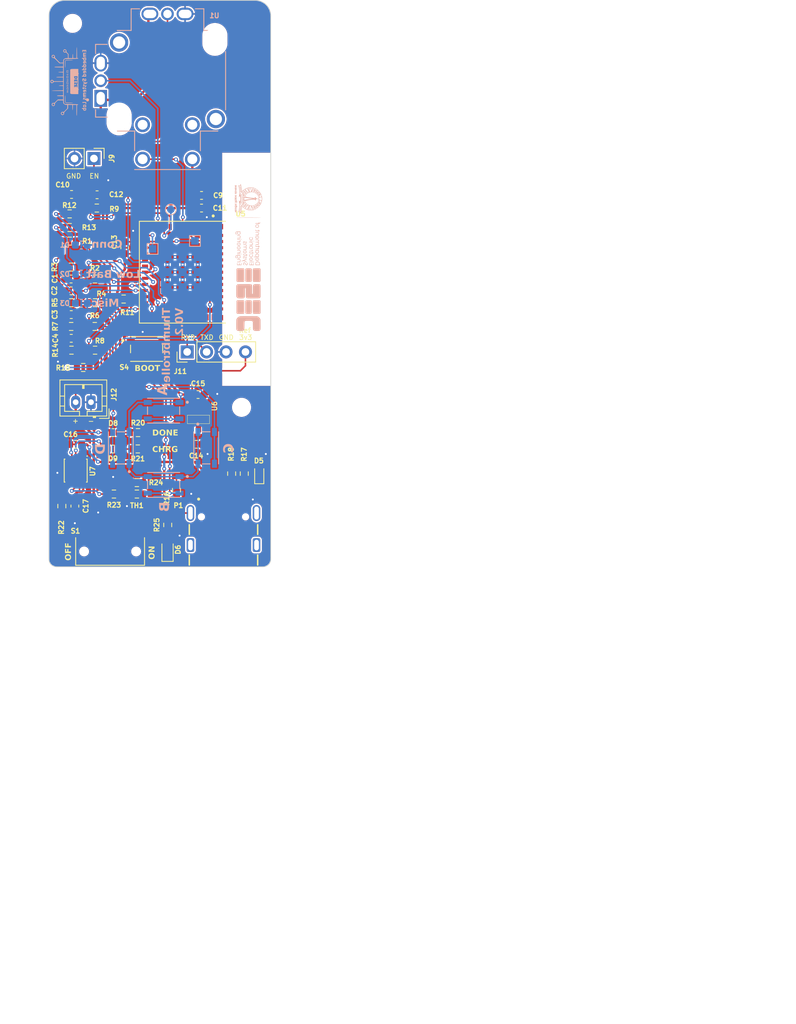
<source format=kicad_pcb>
(kicad_pcb (version 20240108) (generator "pcbnew") (generator_version "8.0")
  (layers (0 "F.Cu" signal) (1 "In1.Cu" signal) (2 "In2.Cu" signal) (31 "B.Cu" signal) (34 "B.Paste" user) (35 "F.Paste" user) (36 "B.SilkS" user "B.Silkscreen") (37 "F.SilkS" user "F.Silkscreen") (38 "B.Mask" user) (39 "F.Mask" user) (44 "Edge.Cuts" user))
  (net 0 "")
  (net 1 "LIPO+")
  (net 2 "GND")
  (net 3 "+3V3")
  (net 4 "/CP_EN")
  (net 5 "/raw_voltage")
  (net 6 "+5V")
  (net 7 "Net-(D1-A)")
  (net 8 "Net-(D2-A)")
  (net 9 "Net-(D3-A)")
  (net 10 "/SW_A")
  (net 11 "/U0RXD")
  (net 12 "/U0TXD")
  (net 13 "/SW_B")
  (net 14 "Net-(R2-Pad2)")
  (net 15 "Net-(R4-Pad2)")
  (net 16 "Net-(U5-IO13)")
  (net 17 "Net-(U5-IO14)")
  (net 18 "/VR_BTN")
  (net 19 "/VR2")
  (net 20 "/VR1")
  (net 21 "/ADC_BATT")
  (net 22 "Net-(U5-IO08)")
  (net 23 "Net-(U5-IO27)")
  (net 24 "Net-(U5-IO26)")
  (net 25 "Net-(U5-IO25)")
  (net 26 "Net-(P1-SHIELD)")
  (net 27 "Net-(P1-VCONN)")
  (net 28 "Net-(P1-CC)")
  (net 29 "/STAT1")
  (net 30 "/STAT2")
  (net 31 "/PG")
  (net 32 "Net-(U7-PROG)")
  (net 33 "Net-(R23-Pad1)")
  (net 34 "Net-(U7-THERM)")
  (net 37 "Net-(U5-IO0)")
  (net 49 "Net-(D8-A)")
  (net 50 "Net-(D9-A)")
  (net 51 "Net-(D6-A)")
  (net 52 "/CHRGR+")
  (net 53 "Net-(U5-IO9)")
  (net 54 "/SW_C")
  (net 55 "/SW_D")
  (net 56 "Net-(R6-Pad2)")
  (net 57 "Net-(R8-Pad2)")
  (footprint "kicad_reformed_custom_IC:AP2204" (layer "F.Cu") (at 77.5 83.7)
    (property "Reference" "U6")
    (property "Value" "AP2204")
  )
  (footprint "MountingHole:MountingHole_2.2mm_M2" (layer "F.Cu") (at 61.087 32.004)
    (property "Reference" "REF**" (hide yes))
    (property "Value" "MountingHole_2.2mm_M2")
  )
  (footprint "kicad_reformed_custom_IC:SW_PTS810_SJM_250_SMTR_LFS" (layer "F.Cu") (at 70.7722 74.5408)
    (property "Reference" "S4")
    (property "Value" "TL4100AF240QG_")
  )
  (footprint "Resistor_SMD:R_0603_1608Metric" (layer "F.Cu") (at 81.8896 90.8304 90)
    (property "Reference" "R18")
    (property "Value" "5k1")
  )
  (footprint "Capacitor_SMD:C_0603_1608Metric" (layer "F.Cu") (at 60.8962 65.405 180)
    (property "Reference" "C1")
    (property "Value" "1uF 25V")
  )
  (footprint "Resistor_SMD:R_0603_1608Metric" (layer "F.Cu") (at 60.947 74.7014 180)
    (property "Reference" "R14")
    (property "Value" "100k")
  )
  (footprint "kicad_reformed_custom_IC:SW_JS102011SAQN" (layer "F.Cu") (at 66 101)
    (property "Reference" "S1")
    (property "Value" "JS102011SAQN")
  )
  (footprint "Resistor_SMD:R_0603_1608Metric" (layer "F.Cu") (at 60.8924 63.8444 180)
    (property "Reference" "R3")
    (property "Value" "100k")
  )
  (footprint "Resistor_SMD:R_0603_1608Metric" (layer "F.Cu") (at 66.5 93.5 180)
    (property "Reference" "R23")
    (property "Value" "1.43K")
  )
  (footprint "Capacitor_SMD:C_0603_1608Metric" (layer "F.Cu") (at 77.9526 56.134)
    (property "Reference" "C11")
    (property "Value" "0.1uF")
  )
  (footprint "Capacitor_SMD:C_0603_1608Metric" (layer "F.Cu") (at 77.9526 54.483)
    (property "Reference" "C9")
    (property "Value" "47uF")
  )
  (footprint "Connector_PinHeader_2.54mm:PinHeader_1x02_P2.54mm_Vertical" (layer "F.Cu") (at 63.886 49.657 -90)
    (property "Reference" "J9")
    (property "Value" "Chip Enable")
  )
  (footprint "Resistor_SMD:R_0603_1608Metric" (layer "F.Cu") (at 64.0204 65.405)
    (property "Reference" "R2")
    (property "Value" "10k")
  )
  (footprint "Diode_SMD:D_0603_1608Metric" (layer "F.Cu") (at 73.5076 100.8126 90)
    (property "Reference" "D6")
    (property "Value" "PWLED")
  )
  (footprint "Capacitor_SMD:C_0603_1608Metric" (layer "F.Cu") (at 67.9196 61.3156 90)
    (property "Reference" "C13")
    (property "Value" "0.1uF")
  )
  (footprint "Resistor_SMD:R_0603_1608Metric" (layer "F.Cu") (at 69.5 93.5)
    (property "Reference" "TH1")
    (property "Value" "TH 10k")
  )
  (footprint "Resistor_SMD:R_0603_1608Metric" (layer "F.Cu") (at 64.0334 68.5038)
    (property "Reference" "R4")
    (property "Value" "10k")
  )
  (footprint "Capacitor_SMD:C_0603_1608Metric" (layer "F.Cu") (at 66.3978 87.6186)
    (property "Reference" "D9")
    (property "Value" "LED")
  )
  (footprint "Connector_PinHeader_2.54mm:PinHeader_1x04_P2.54mm_Vertical" (layer "F.Cu") (at 76.075 74.93 90)
    (property "Reference" "J11")
    (property "Value" "UART")
  )
  (footprint "Resistor_SMD:R_0603_1608Metric" (layer "F.Cu") (at 64.262 56.134 180)
    (property "Reference" "R9")
    (property "Value" "10k")
  )
  (footprint "Capacitor_SMD:C_0603_1608Metric" (layer "F.Cu") (at 60.9216 70.0532 180)
    (property "Reference" "C3")
    (property "Value" "1uF 25V")
  )
  (footprint "kicad_reformed_custom_IC:GCT_USB4105-GF-A" (layer "F.Cu") (at 80.8225 100.1625)
    (property "Reference" "P1")
    (property "Value" "USB_C_Plug_USB2.0")
  )
  (footprint "Resistor_SMD:R_0603_1608Metric" (layer "F.Cu") (at 69.5 92 180)
    (property "Reference" "R24")
    (property "Value" "75K")
  )
  (footprint "Capacitor_SMD:C_0603_1608Metric" (layer "F.Cu") (at 77.5 80.5)
    (property "Reference" "C15")
    (property "Value" "10uF")
  )
  (footprint "Capacitor_SMD:C_0603_1608Metric" (layer "F.Cu") (at 64.296 54.398)
    (property "Reference" "C12")
    (property "Value" "0.1uF")
  )
  (footprint "Diode_SMD:D_SOD-523" (layer "F.Cu") (at 85.4964 90.8924 90)
    (property "Reference" "D5")
    (property "Value" "TPD1E10B06DPYR")
  )
  (footprint "Resistor_SMD:R_0603_1608Metric" (layer "F.Cu") (at 60.9216 68.5038 180)
    (property "Reference" "R5")
    (property "Value" "100k")
  )
  (footprint "MountingHole:MountingHole_2.2mm_M2" (layer "F.Cu") (at 83.185 82.169)
    (property "Reference" "REF**" (hide yes))
    (property "Value" "MountingHole_2.2mm_M2")
  )
  (footprint "Capacitor_SMD:C_0603_1608Metric" (layer "F.Cu") (at 61.3918 95.0722 -90)
    (property "Reference" "C17")
    (property "Value" "22uF")
  )
  (footprint "Capacitor_SMD:C_0603_1608Metric" (layer "F.Cu") (at 60.8962 66.9544 180)
    (property "Reference" "C2")
    (property "Value" "1uF 25V")
  )
  (footprint "Resistor_SMD:R_0603_1608Metric" (layer "F.Cu") (at 67.7672 68.0212 180)
    (property "Reference" "R11")
    (property "Value" "10k")
  )
  (footprint "Resistor_SMD:R_0603_1608Metric" (layer "F.Cu") (at 62.484 76.962 180)
    (property "Reference" "R10")
    (property "Value" "10k")
  )
  (footprint "kicad_reformed_custom_IC:SON50P300X300X100-11N" (layer "F.Cu") (at 61.5 90.435 -90)
    (property "Reference" "U7")
    (property "Value" "MCP73833")
  )
  (footprint "Resistor_SMD:R_0603_1608Metric" (layer "F.Cu") (at 73.533 97.536 90)
    (property "Reference" "R25")
    (property "Value" "200")
  )
  (footprint "Resistor_SMD:R_0603_1608Metric" (layer "F.Cu") (at 69.6214 87.6046 180)
    (property "Reference" "R21")
    (property "Value" "470")
  )
  (footprint "Resistor_SMD:R_0603_1608Metric" (layer "F.Cu") (at 83.5406 90.8304 90)
    (property "Reference" "R17")
    (property "Value" "5k1")
  )
  (footprint "Capacitor_SMD:C_0603_1608Metric" (layer "F.Cu") (at 60.9216 73.152 180)
    (property "Reference" "C4")
    (property "Value" "1uF 25V")
  )
  (footprint "Capacitor_SMD:C_0603_1608Metric" (layer "F.Cu") (at 77.25 87)
    (property "Reference" "C14")
    (property "Value" "2.2uF")
  )
  (footprint "Capacitor_SMD:C_0603_1608Metric" (layer "F.Cu") (at 66.3956 85.471)
    (property "Reference" "D8")
    (property "Value" "LED")
  )
  (footprint "Resistor_SMD:R_0603_1608Metric" (layer "F.Cu") (at 74.676 92.9894 90)
    (property "Reference" "R16")
    (property "Value" "1M")
  )
  (footprint "MountingHole:MountingHole_2.2mm_M2" (layer "F.Cu") (at 82.804 50.165)
    (property "Reference" "REF**" (hide yes))
    (property "Value" "MountingHole_2.2mm_M2")
  )
  (footprint "Capacitor_SMD:C_0603_1608Metric" (layer "F.Cu") (at 60.96 54.356 180)
    (property "Reference" "C10")
    (property "Value" "1uF 25V")
  )
  (footprint "Connector_JST:JST_PH_B2B-PH-K_1x02_P2.00mm_Vertical" (layer "F.Cu") (at 63.5 81.5 180)
    (property "Reference" "J12")
    (property "Value" "JST 2.0 BATT")
  )
  (footprint "Resistor_SMD:R_0603_1608Metric" (layer "F.Cu") (at 60.706 58.674)
    (property "Reference" "R13")
    (property "Value" "200")
  )
  (footprint "Resistor_SMD:R_0603_1608Metric" (layer "F.Cu") (at 69.6456 85.471 180)
    (property "Reference" "R20")
    (property "Value" "470")
  )
  (footprint "Resistor_SMD:R_0603_1608Metric" (layer "F.Cu") (at 60.9094 71.6026 180)
    (property "Reference" "R7")
    (property "Value" "100k")
  )
  (footprint "Capacitor_SMD:C_0603_1608Metric" (layer "F.Cu") (at 61.5 87 180)
    (property "Reference" "C16")
    (property "Value" "10uF")
  )
  (footprint "Resistor_SMD:R_0603_1608Metric" (layer "F.Cu") (at 63.995 71.6026)
    (property "Reference" "R6")
    (property "Value" "10k")
  )
  (footprint "Resistor_SMD:R_0603_1608Metric" (layer "F.Cu") (at 59.69 95.0722 -90)
    (property "Reference" "R22")
    (property "Value" "1.43K")
  )
  (footprint "Resistor_SMD:R_0603_1608Metric" (layer "F.Cu") (at 64.0336 74.7014)
    (property "Reference" "R8")
    (property "Value" "10k")
  )
  (footprint "kicad_reformed_custom_IC:MODULE_ESP32-H2-MINI-1-H2" (layer "F.Cu") (at 78.175 64.5125 -90)
    (property "Reference" "U5")
    (property "Value" "ESP32-H2-MINI-1")
  )
  (footprint "Resistor_SMD:R_0603_1608Metric" (layer "F.Cu") (at 60.706 56.896)
    (property "Reference" "R12")
    (property "Value" "200")
  )
  (footprint "Resistor_SMD:R_0603_1608Metric" (layer "F.Cu") (at 60.706 60.452)
    (property "Reference" "R1")
    (property "Value" "200")
  )
  (footprint "logo:ems_logo2" (layer "B.Cu") (at 60.673542 39.586595 -90)
    (property "Reference" "G***" (hide yes))
    (property "Value" "LOGO" (hide yes))
  )
  (footprint "TestPoint:TestPoint_Pad_1.0x1.0mm" (layer "B.Cu") (at 71.5518 61.468 180)
    (property "Reference" "TP1" (hide yes))
    (property "Value" "0_IN1")
  )
  (footprint "Capacitor_SMD:C_0603_1608Metric" (layer "B.Cu") (at 62.23 60.96 180)
    (property "Reference" "D1")
    (property "Value" "LED")
  )
  (footprint "Capacitor_SMD:C_0603_1608Metric" (layer "B.Cu") (at 62.23 64.77 180)
    (property "Reference" "D2")
    (property "Value" "LED")
  )
  (footprint "kicad_reformed_custom_IC:LOGO_6mm_microDMG" (layer "B.Cu") (at 81.167142 93.605234 -90)
    (property "Reference" "G***" (hide yes))
    (property "Value" "LOGO" (hide yes))
  )
  (footprint "Capacitor_SMD:C_0603_1608Metric" (layer "B.Cu") (at 62.23 68.58 180)
    (property "Reference" "D3")
    (property "Value" "LED")
  )
  (footprint "kicad_reformed_custom_IC:SW_PTS810_SJM_250_SMTR_LFS" (layer "B.Cu") (at 67.4034 87.4698 90)
    (property "Reference" "S6" (hide yes))
    (property "Value" "TL4100AF240QG_")
  )
  (footprint "logo:iisclogo" (layer "B.Cu") (at 84.09 62.63 90)
    (property "Reference" "G***" (hide yes))
    (property "Value" "LOGO" (hide yes))
  )
  (footprint "kicad_reformed_custom_IC:SW_PTS810_SJM_250_SMTR_LFS" (layer "B.Cu") (at 72.9996 92.3036 180)
    (property "Reference" "S3" (hide yes))
    (property "Value" "TL4100AF240QG_")
  )
  (footprint "TestPoint:TestPoint_Pad_D1.0mm" (layer "B.Cu") (at 73.9394 56.3118 180)
    (property "Reference" "TP3" (hide yes))
    (property "Value" "TP")
  )
  (footprint "kicad_reformed_custom_IC:SW_PTS810_SJM_250_SMTR_LFS" (layer "B.Cu") (at 78.5622 87.4615 -90)
    (property "Reference" "S5" (hide yes))
    (property "Value" "TL4100AF240QG_")
  )
  (footprint "kicad_reformed_custom_IC:CNK_THB001P" (layer "B.Cu") (at 73.5 39.5 180)
    (property "Reference" "U1")
    (property "Value" "THB001P")
  )
  (footprint "TestPoint:TestPoint_Pad_1.0x1.0mm" (layer "B.Cu") (at 77.089 60.4266 180)
    (property "Reference" "TP2" (hide yes))
    (property "Value" "0_IN2")
  )
  (footprint "kicad_reformed_custom_IC:SW_PTS810_SJM_250_SMTR_LFS" (layer "B.Cu") (at 72.9918 82.6008 180)
    (property "Reference" "S2" (hide yes))
    (property "Value" "TL4100AF240QG_")
  )
  (gr_arc (start 85 29) (mid 86.414214 29.585786) (end 87 31) (stroke (width 0.1)) (layer "Edge.Cuts"))
  (gr_line (start 58 31) (end 58 102) (stroke (width 0.1)) (layer "Edge.Cuts"))
  (gr_line (start 87 102) (end 87 31) (stroke (width 0.1)) (layer "Edge.Cuts"))
  (gr_line (start 85 29) (end 60 29) (stroke (width 0.1)) (layer "Edge.Cuts"))
  (gr_line (start 59 103) (end 86 103) (stroke (width 0.1)) (layer "Edge.Cuts"))
  (gr_arc (start 87 102) (mid 86.707107 102.707107) (end 86 103) (stroke (width 0.1)) (layer "Edge.Cuts"))
  (gr_arc (start 59 103) (mid 58.292893 102.707107) (end 58 102) (stroke (width 0.1)) (layer "Edge.Cuts"))
  (gr_arc (start 58 31) (mid 58.585786 29.585786) (end 60 29) (stroke (width 0.1)) (layer "Edge.Cuts"))
  (gr_text "B" (at 73.914 94.488 90) (layer "B.SilkS") (effects (font (size 1.27 1.27) (thickness 0.1016) (bold yes)) (justify left bottom mirror)))
  (gr_text "Misc" (at 67.183 69.1896 0) (layer "B.SilkS") (effects (font (size 1.016 1.016) (thickness 0.1016) (bold yes)) (justify left bottom mirror)))
  (gr_text "Thumbtroller\nV0.2" (at 75.7 69.16 90) (layer "B.SilkS") (effects (font (size 1.016 1.016) (thickness 0.127) (bold yes)) (justify left bottom mirror)))
  (gr_text "D" (at 65.532 86.868 90) (layer "B.SilkS") (effects (font (size 1.27 1.27) (thickness 0.1016) (bold yes)) (justify left bottom mirror)))
  (gr_text "C" (at 82.296 86.868 90) (layer "B.SilkS") (effects (font (size 1.27 1.27) (thickness 0.1016) (bold yes)) (justify left bottom mirror)))
  (gr_text "Low Batt" (at 69.9516 65.4304 0) (layer "B.SilkS") (effects (font (size 1.016 1.016) (thickness 0.1016) (bold yes)) (justify left bottom mirror)))
  (gr_text "Conn" (at 67.6148 61.4934 0) (layer "B.SilkS") (effects (font (size 1.016 1.016) (thickness 0.1016) (bold yes)) (justify left bottom mirror)))
  (gr_text "A" (at 73.66 79.248 90) (layer "B.SilkS") (effects (font (size 1.27 1.27) (thickness 0.1016) (bold yes)) (justify left bottom mirror)))
  (gr_text "3v3" (at 82.804 73.406 0) (layer "F.SilkS") (effects (font (size 0.635 0.635) (thickness 0.1016) (bold yes)) (justify left bottom)))
  (gr_text "GND" (at 60.198 52.324 0) (layer "F.SilkS") (effects (font (size 0.635 0.635) (thickness 0.1016) (bold yes)) (justify left bottom)))
  (gr_text "EN" (at 63.246 52.324 0) (layer "F.SilkS") (effects (font (size 0.635 0.635) (thickness 0.1016) (bold yes)) (justify left bottom)))
  (gr_text "ON" (at 71.9328 102.0572 90) (layer "F.SilkS") (effects (font (size 0.762 0.762) (thickness 0.1016) (bold yes)) (justify left bottom)))
  (gr_text "BOOT" (at 69.1896 77.5462 0) (layer "F.SilkS") (effects (font (size 0.762 0.762) (thickness 0.1016) (bold yes)) (justify left bottom)))
  (gr_text "CHRG" (at 71.501 88.138 0) (layer "F.SilkS") (effects (font (size 0.762 0.762) (thickness 0.1016) (bold yes)) (justify left bottom)))
  (gr_text "DONE" (at 71.501 85.979 0) (layer "F.SilkS") (effects (font (size 0.762 0.762) (thickness 0.1016) (bold yes)) (justify left bottom)))
  (gr_text "RXD" (at 75.184 73.406 0) (layer "F.SilkS") (effects (font (size 0.635 0.635) (thickness 0.1016) (bold yes)) (justify left bottom)))
  (gr_text "Ref" (at 82.7786 72.4916 0) (layer "F.SilkS") (effects (font (size 0.635 0.635) (thickness 0.1016) (bold yes)) (justify left bottom)))
  (gr_text "TXD" (at 77.724 73.406 0) (layer "F.SilkS") (effects (font (size 0.635 0.635) (thickness 0.1016) (bold yes)) (justify left bottom)))
  (gr_text "+" (at 61.0108 84.3026 0) (layer "F.SilkS") (effects (font (size 0.635 0.635) (thickness 0.1016) (bold yes)) (justify left bottom)))
  (gr_text "-" (at 63.0428 84.328 0) (layer "F.SilkS") (effects (font (size 0.635 0.635) (thickness 0.1016) (bold yes)) (justify left bottom)))
  (gr_text "GND" (at 80.137 73.406 0) (layer "F.SilkS") (effects (font (size 0.635 0.635) (thickness 0.1016) (bold yes)) (justify left bottom)))
  (gr_text "OFF" (at 61.0108 102.2096 90) (layer "F.SilkS") (effects (font (size 0.762 0.762) (thickness 0.1016) (bold yes)) (justify left bottom)))
  (segment (start 63.309 77.9912) (end 62.7888 78.5114) (width 0.2032) (layer "F.Cu") (net 1))
  (segment (start 63.8556 93.8022) (end 63.8556 85.852) (width 0.3048) (layer "F.Cu") (net 1))
  (segment (start 61.5 79.0128) (end 61.5 81.5) (width 0.2032) (layer "F.Cu") (net 1))
  (segment (start 66 98.25) (end 66 95.9466) (width 0.3048) (layer "F.Cu") (net 1))
  (segment (start 61.5 83.4964) (end 61.5 81.5) (width 0.3048) (layer "F.Cu") (net 1))
  (segment (start 62.7888 78.5114) (end 62.0014 78.5114) (width 0.2032) (layer "F.Cu") (net 1))
  (segment (start 63.8556 85.852) (end 61.5 83.4964) (width 0.3048) (layer "F.Cu") (net 1))
  (segment (start 63.309 76.962) (end 63.309 77.9912) (width 0.2032) (layer "F.Cu") (net 1))
  (segment (start 62.0014 78.5114) (end 61.5 79.0128) (width 0.2032) (layer "F.Cu") (net 1))
  (segment (start 66 95.9466) (end 63.8556 93.8022) (width 0.3048) (layer "F.Cu") (net 1))
  (segment (start 74.4875 66.4875) (end 73.5 66.4875) (width 0.2032) (layer "F.Cu") (net 2))
  (segment (start 73.5 65.5) (end 73.5 66.4875) (width 0.2032) (layer "F.Cu") (net 2))
  (segment (start 76.4625 66.4875) (end 77.45 66.4875) (width 0.2032) (layer "F.Cu") (net 2))
  (segment (start 75.475 64.5125) (end 76.4625 64.5125) (width 0.2032) (layer "F.Cu") (net 2))
  (segment (start 73.5 64.5125) (end 73.5 63.525) (width 0.2032) (layer "F.Cu") (net 2))
  (segment (start 75.475 64.5125) (end 74.4875 64.5125) (width 0.2032) (layer "F.Cu") (net 2))
  (segment (start 75.475 65.5) (end 75.475 66.4875) (width 0.2032) (layer "F.Cu") (net 2))
  (segment (start 77.45 63.525) (end 77.45 62.5375) (width 0.2032) (layer "F.Cu") (net 2))
  (segment (start 63.4106 81.4106) (end 63.5 81.5) (width 0.2032) (layer "F.Cu") (net 2))
  (segment (start 77.45 65.5) (end 77.45 66.4875) (width 0.2032) (layer "F.Cu") (net 2))
  (segment (start 73.5 65.5) (end 73.5 64.5125) (width 0.2032) (layer "F.Cu") (net 2))
  (segment (start 73.5 63.525) (end 73.5 62.5375) (width 0.2032) (layer "F.Cu") (net 2))
  (segment (start 77.45 63.525) (end 77.45 64.5125) (width 0.2032) (layer "F.Cu") (net 2))
  (segment (start 76.4625 62.5375) (end 77.45 62.5375) (width 0.2032) (layer "F.Cu") (net 2))
  (segment (start 77.45 65.5) (end 77.45 64.5125) (width 0.2032) (layer "F.Cu") (net 2))
  (segment (start 75.475 63.525) (end 75.475 62.5375) (width 0.2032) (layer "F.Cu") (net 2))
  (segment (start 74.4875 64.5125) (end 73.5 64.5125) (width 0.2032) (layer "F.Cu") (net 2))
  (segment (start 76.4625 66.4875) (end 75.475 66.4875) (width 0.2032) (layer "F.Cu") (net 2))
  (segment (start 76.4625 62.5375) (end 75.475 62.5375) (width 0.2032) (layer "F.Cu") (net 2))
  (segment (start 74.4875 66.4875) (end 75.475 66.4875) (width 0.2032) (layer "F.Cu") (net 2))
  (segment (start 75.475 64.5125) (end 75.475 65.5) (width 0.2032) (layer "F.Cu") (net 2))
  (segment (start 63.8556 81.8556) (end 63.5 81.5) (width 0.3048) (layer "F.Cu") (net 2))
  (segment (start 75.475 64.5125) (end 75.475 63.525) (width 0.2032) (layer "F.Cu") (net 2))
  (segment (start 74.4875 62.5375) (end 73.5 62.5375) (width 0.2032) (layer "F.Cu") (net 2))
  (segment (start 74.4875 62.5375) (end 75.475 62.5375) (width 0.2032) (layer "F.Cu") (net 2))
  (via (at 75.0824 98.933) (size 0.508) (drill 0.254) (layers "F.Cu" "B.Cu") (net 2))
  (via (at 76.6064 93.472) (size 0.508) (drill 0.254) (layers "F.Cu" "B.Cu") (net 2))
  (via (at 84.6582 94.2086) (size 0.508) (drill 0.254) (layers "F.Cu" "B.Cu") (net 2))
  (via (at 66.3956 91.2622) (size 0.508) (drill 0.254) (layers "F.Cu" "B.Cu") (net 2))
  (via (at 61.3918 97.3074) (size 0.508) (drill 0.254) (layers "F.Cu" "B.Cu") (net 2))
  (via (at 78.74 88.265) (size 0.508) (drill 0.254) (layers "F.Cu" "B.Cu") (net 2))
  (via (at 65.7606 52.5018) (size 0.508) (drill 0.254) (layers "F.Cu" "B.Cu") (net 2))
  (via (at 86.36 88.265) (size 0.508) (drill 0.254) (layers "F.Cu" "B.Cu") (net 2))
  (via (at 69.0118 59.1058) (size 0.508) (drill 0.254) (layers "F.Cu" "B.Cu") (net 2))
  (via (at 80.01 80.4164) (size 0.508) (drill 0.254) (layers "F.Cu" "B.Cu") (net 2))
  (via (at 64.4398 95.9104) (size 0.508) (drill 0.254) (layers "F.Cu" "B.Cu") (net 2))
  (via (at 59.182 76.2) (size 0.508) (drill 0.254) (layers "F.Cu" "B.Cu") (net 2))
  (via (at 70.2564 72.3138) (size 0.508) (drill 0.254) (layers "F.Cu" "B.Cu") (net 2))
  (via (at 59.1058 90.7288) (size 0.508) (drill 0.254) (layers "F.Cu" "B.Cu") (net 2))
  (via (at 68.199 95.0722) (size 0.508) (drill 0.254) (layers "F.Cu" "B.Cu") (net 2))
  (via (at 78.6384 57.3278) (size 0.508) (drill 0.254) (layers "F.Cu" "B.Cu") (net 2))
  (segment (start 83.695 76.7314) (end 83.0326 77.3938) (width 0.2032) (layer "F.Cu") (net 3))
  (segment (start 70.575 62.1125) (end 67.9415 62.1125) (width 0.2032) (layer "F.Cu") (net 3))
  (segment (start 77.1776 57.137) (end 77.1776 56.134) (width 0.2032) (layer "F.Cu") (net 3))
  (segment (start 77.1776 54.483) (end 77.1776 56.134) (width 0.3048) (layer "F.Cu") (net 3))
  (segment (start 66.7134 62.0906) (end 67.9196 62.0906) (width 0.3048) (layer "F.Cu") (net 3))
  (segment (start 66.6496 56.134) (end 66.6496 47.6504) (width 0.3048) (layer "F.Cu") (net 3))
  (segment (start 76.725 81.4154) (end 76.725 80.5) (width 0.3048) (layer "F.Cu") (net 3))
  (segment (start 66.6496 56.134) (end 77.1776 56.134) (width 0.3048) (layer "F.Cu") (net 3))
  (segment (start 77.875 57.8344) (end 77.1776 57.137) (width 0.2032) (layer "F.Cu") (net 3))
  (segment (start 83.695 74.93) (end 83.695 76.7314) (width 0.2032) (layer "F.Cu") (net 3))
  (segment (start 76.6 81.5404) (end 76.725 81.4154) (width 0.3048) (layer "F.Cu") (net 3))
  (segment (start 76.725 80.5) (end 75.2422 80.5) (width 0.3048) (layer "F.Cu") (net 3))
  (segment (start 76.725 78.5452) (end 76.725 80.5) (width 0.2032) (layer "F.Cu") (net 3))
  (segment (start 72.4662 77.724) (end 68.453 77.724) (width 0.3048) (layer "F.Cu") (net 3))
  (segment (start 64.77 45.7708) (end 64.77 42) (width 0.3048) (layer "F.Cu") (net 3))
  (segment (start 65.087 56.134) (end 65.087 60.4642) (width 0.3048) (layer "F.Cu") (net 3))
  (segment (start 75.2348 80.4926) (end 72.4662 77.724) (width 0.3048) (layer "F.Cu") (net 3))
  (segment (start 67.31 76.581) (end 67.31 69.596) (width 0.3048) (layer "F.Cu") (net 3))
  (segment (start 66.9422 69.2282) (end 66.9422 68.0212) (width 0.3048) (layer "F.Cu") (net 3))
  (segment (start 83.0326 77.3938) (end 77.8764 77.3938) (width 0.2032) (layer "F.Cu") (net 3))
  (segment (start 76.6 82.4) (end 76.6 81.5404) (width 0.3048) (layer "F.Cu") (net 3))
  (segment (start 65.087 56.134) (end 66.6496 56.134) (width 0.3048) (layer "F.Cu") (net 3))
  (segment (start 67.0814 66.9036) (end 66.9422 67.0428) (width 0.3048) (layer "F.Cu") (net 3))
  (segment (start 67.0814 64.9986) (end 67.0814 66.9036) (width 0.3048) (layer "F.Cu") (net 3))
  (segment (start 75.2422 80.5) (end 75.2348 80.4926) (width 0.3048) (layer "F.Cu") (net 3))
  (segment (start 76.75 52.6962) (end 76.75 49.75) (width 0.3048) (layer "F.Cu") (net 3))
  (segment (start 66.6496 47.6504) (end 64.77 45.7708) (width 0.3048) (layer "F.Cu") (net 3))
  (segment (start 68.453 77.724) (end 67.31 76.581) (width 0.3048) (layer "F.Cu") (net 3))
  (segment (start 77.8764 77.3938) (end 76.725 78.5452) (width 0.2032) (layer "F.Cu") (net 3))
  (segment (start 67.9196 62.0906) (end 67.9196 64.1604) (width 0.3048) (layer "F.Cu") (net 3))
  (segment (start 77.875 58.6125) (end 77.875 57.8344) (width 0.2032) (layer "F.Cu") (net 3))
  (segment (start 67.9196 64.1604) (end 67.0814 64.9986) (width 0.3048) (layer "F.Cu") (net 3))
  (segment (start 64.77 42) (end 69.3028 42) (width 0.3048) (layer "F.Cu") (net 3))
  (segment (start 67.31 69.596) (end 66.9422 69.2282) (width 0.3048) (layer "F.Cu") (net 3))
  (segment (start 66.9422 67.0428) (end 66.9422 68.0212) (width 0.3048) (layer "F.Cu") (net 3))
  (segment (start 71 40.3028) (end 71 30.77) (width 0.3048) (layer "F.Cu") (net 3))
  (segment (start 77.1776 54.483) (end 77.1776 53.1238) (width 0.3048) (layer "F.Cu") (net 3))
  (segment (start 77.1776 53.1238) (end 76.75 52.6962) (width 0.3048) (layer "F.Cu") (net 3))
  (segment (start 65.087 60.4642) (end 66.7134 62.0906) (width 0.3048) (layer "F.Cu") (net 3))
  (segment (start 69.3028 42) (end 71 40.3028) (width 0.3048) (layer "F.Cu") (net 3))
  (segment (start 67.9415 62.1125) (end 67.9196 62.0906) (width 0.2032) (layer "F.Cu") (net 3))
  (via (at 75.2348 80.4926) (size 0.508) (drill 0.254) (layers "F.Cu" "B.Cu") (net 3))
  (segment (start 70.9246 91.2286) (end 75.0746 91.2286) (width 0.2032) (layer "B.Cu") (net 3))
  (segment (start 69.283 91.2286) (end 70.9246 91.2286) (width 0.2032) (layer "B.Cu") (net 3))
  (segment (start 68.4784 90.424) (end 69.283 91.2286) (width 0.2032) (layer "B.Cu") (net 3))
  (segment (start 68.4784 89.5448) (end 68.4784 85.3948) (width 0.2032) (layer "B.Cu") (net 3))
  (segment (start 76.8432 91.2286) (end 77.4872 90.5846) (width 0.2032) (layer "B.Cu") (net 3))
  (segment (start 75.0492 81.5258) (end 75.2348 81.3402) (width 0.2032) (layer "B.Cu") (net 3))
  (segment (start 77.4872 90.5846) (end 77.4872 89.5365) (width 0.2032) (layer "B.Cu") (net 3))
  (segment (start 75.0746 91.2286) (end 76.8432 91.2286) (width 0.2032) (layer "B.Cu") (net 3))
  (segment (start 68.4784 82.677) (end 69.6296 81.5258) (width 0.2032) (layer "B.Cu") (net 3))
  (segment (start 75.2348 81.3402) (end 75.2348 80.4926) (width 0.2032) (layer "B.Cu") (net 3))
  (segment (start 68.4784 89.5448) (end 68.4784 90.424) (width 0.2032) (layer "B.Cu") (net 3))
  (segment (start 68.4784 85.3948) (end 68.4784 82.677) (width 0.2032) (layer "B.Cu") (net 3))
  (segment (start 69.6296 81.5258) (end 75.0492 81.5258) (width 0.2032) (layer "B.Cu") (net 3))
  (segment (start 77.4872 85.3865) (end 77.4872 89.5365) (width 0.2032) (layer "B.Cu") (net 3))
  (segment (start 61.735 54.356) (end 63.479 54.356) (width 0.2032) (layer "F.Cu") (net 4))
  (segment (start 63.521 56.05) (end 63.437 56.134) (width 0.2032) (layer "F.Cu") (net 4))
  (segment (start 66.6496 56.7944) (end 73.3806 56.7944) (width 0.2032) (layer "F.Cu") (net 4))
  (segment (start 63.437 56.134) (end 63.437 57.2648) (width 0.2032) (layer "F.Cu") (net 4))
  (segment (start 66.1416 57.3024) (end 66.6496 56.7944) (width 0.2032) (layer "F.Cu") (net 4))
  (segment (start 63.479 54.356) (end 63.521 54.398) (width 0.2032) (layer "F.Cu") (net 4))
  (segment (start 63.886 49.657) (end 63.886 53.2588) (width 0.2032) (layer "F.Cu") (net 4))
  (segment (start 63.521 54.398) (end 63.521 56.05) (width 0.2032) (layer "F.Cu") (net 4))
  (segment (start 73.875 57.2888) (end 73.875 58.6125) (width 0.2032) (layer "F.Cu") (net 4))
  (segment (start 63.886 53.2588) (end 63.521 53.6238) (width 0.2032) (layer "F.Cu") (net 4))
  (segment (start 63.437 57.2648) (end 63.4746 57.3024) (width 0.2032) (layer "F.Cu") (net 4))
  (segment (start 73.3806 56.7944) (end 73.875 57.2888) (width 0.2032) (layer "F.Cu") (net 4))
  (segment (start 63.521 53.6238) (end 63.521 54.398) (width 0.2032) (layer "F.Cu") (net 4))
  (via (at 66.1416 57.3024) (size 0.508) (drill 0.254) (layers "F.Cu" "B.Cu") (net 4))
  (via (at 63.4746 57.3024) (size 0.508) (drill 0.254) (layers "F.Cu" "B.Cu") (net 4))
  (segment (start 66.1416 57.3024) (end 63.4746 57.3024) (width 0.2032) (layer "B.Cu") (net 4))
  (segment (start 70.152 98.25) (end 70.485 97.917) (width 0.2032) (layer "F.Cu") (net 5))
  (segment (start 76.9366 83.82) (end 78.232 83.82) (width 0.3048) (layer "F.Cu") (net 5))
  (segment (start 68.5 98.25) (end 70.152 98.25) (width 0.2032) (layer "F.Cu") (net 5))
  (segment (start 70.485 96.9518) (end 70.7258 96.711) (width 0.2032) (layer "F.Cu") (net 5))
  (segment (start 73.0758 87.7062) (end 73.782 87) (width 0.3048) (layer "F.Cu") (net 5))
  (segment (start 68.5 96.2444) (end 68.5 98.25) (width 0.3048) (layer "F.Cu") (net 5))
  (segment (start 76.6 85) (end 76.6 84.1566) (width 0.3048) (layer "F.Cu") (net 5))
  (segment (start 76.475 86.1866) (end 76.6 86.0616) (width 0.3048) (layer "F.Cu") (net 5))
  (segment (start 73.0758 90.1954) (end 73.0758 94.1832) (width 0.3048) (layer "F.Cu") (net 5))
  (segment (start 73.0758 88.646) (end 73.0758 87.7062) (width 0.3048) (layer "F.Cu") (net 5))
  (segment (start 78.232 83.82) (end 78.5 84.088) (width 0.3048) (layer "F.Cu") (net 5))
  (segment (start 78.5 84.088) (end 78.5 85) (width 0.3048) (layer "F.Cu") (net 5))
  (segment (start 69.1642 95.5802) (end 68.5 96.2444) (width 0.3048) (layer "F.Cu") (net 5))
  (segment (start 70.485 97.917) (end 70.485 96.9518) (width 0.2032) (layer "F.Cu") (net 5))
  (segment (start 70.7258 96.711) (end 73.533 96.711) (width 0.2032) (layer "F.Cu") (net 5))
  (segment (start 73.782 87) (end 76.475 87) (width 0.3048) (layer "F.Cu") (net 5))
  (segment (start 76.6 86.0616) (end 76.6 85) (width 0.3048) (layer "F.Cu") (net 5))
  (segment (start 76.6 84.1566) (end 76.9366 83.82) (width 0.3048) (layer "F.Cu") (net 5))
  (segment (start 76.475 87) (end 76.475 86.1866) (width 0.3048) (layer "F.Cu") (net 5))
  (segment (start 71.6788 95.5802) (end 69.1642 95.5802) (width 0.3048) (layer "F.Cu") (net 5))
  (segment (start 73.0758 94.1832) (end 71.6788 95.5802) (width 0.3048) (layer "F.Cu") (net 5))
  (via (at 73.0758 88.646) (size 0.508) (drill 0.254) (layers "F.Cu" "B.Cu") (net 5))
  (via (at 73.0758 90.1954) (size 0.508) (drill 0.254) (layers "F.Cu" "B.Cu") (net 5))
  (segment (start 73.0758 88.646) (end 73.0758 90.1954) (width 0.3048) (layer "B.Cu") (net 5))
  (segment (start 63.2968 87.376) (end 62.9208 87) (width 0.3048) (layer "F.Cu") (net 6))
  (segment (start 70.4088 89.3064) (end 64.4398 89.3064) (width 0.3048) (layer "F.Cu") (net 6))
  (segment (start 64.4398 89.3064) (end 64.4144 89.281) (width 0.3048) (layer "F.Cu") (net 6))
  (segment (start 62.275 87.6866) (end 62.275 87) (width 0.2032) (layer "F.Cu") (net 6))
  (segment (start 85.4964 93.0402) (end 85.4964 91.5924) (width 0.2032) (layer "F.Cu") (net 6))
  (segment (start 62.3824 88.2142) (end 62 88.2142) (width 0.2032) (layer "F.Cu") (net 6))
  (segment (start 82.6008 96.7486) (end 79.0194 96.7486) (width 0.2032) (layer "F.Cu") (net 6))
  (segment (start 62 88.2142) (end 62 87.9616) (width 0.2032) (layer "F.Cu") (net 6))
  (segment (start 83.6676 93.4466) (end 85.09 93.4466) (width 0.2032) (layer "F.Cu") (net 6))
  (segment (start 70.4464 89.2688) (end 70.4088 89.3064) (width 0.2032) (layer "F.Cu") (net 6))
  (segment (start 83.1335 96.2159) (end 82.6008 96.7486) (width 0.2032) (layer "F.Cu") (net 6))
  (segment (start 62 87.9616) (end 62.275 87.6866) (width 0.2032) (layer "F.Cu") (net 6))
  (segment (start 70.4706 87.5804) (end 70.4464 87.6046) (width 0.2032) (layer "F.Cu") (net 6))
  (segment (start 83.2225 95.4075) (end 83.2225 93.8917) (width 0.2032) (layer "F.Cu") (net 6))
  (segment (start 83.2225 95.4075) (end 83.1335 95.4965) (width 0.2032) (layer "F.Cu") (net 6))
  (segment (start 85.09 93.4466) (end 85.4964 93.0402) (width 0.2032) (layer "F.Cu") (net 6))
  (segment (start 62.5 88.3318) (end 62.3824 88.2142) (width 0.2032) (layer "F.Cu") (net 6))
  (segment (start 79.0194 96.7486) (end 78.5115 96.2407) (width 0.2032) (layer "F.Cu") (net 6))
  (segment (start 78.5115 96.2407) (end 78.5115 95.4965) (width 0.2032) (layer "F.Cu") (net 6))
  (segment (start 70.4706 85.471) (end 70.4706 87.5804) (width 0.2032) (layer "F.Cu") (net 6))
  (segment (start 62 89) (end 62 88.2142) (width 0.2032) (layer "F.Cu") (net 6))
  (segment (start 78.5115 95.4965) (end 78.4225 95.4075) (width 0.2032) (layer "F.Cu") (net 6))
  (segment (start 77.0636 89.3064) (end 70.4088 89.3064) (width 0.3048) (layer "F.Cu") (net 6))
  (segment (start 78.4225 95.4075) (end 78.4225 90.6653) (width 0.3048) (layer "F.Cu") (net 6))
  (segment (start 70.4464 87.6046) (end 70.4464 89.2688) (width 0.2032) (layer "F.Cu") (net 6))
  (segment (start 83.1335 95.4965) (end 83.1335 96.2159) (width 0.2032) (layer "F.Cu") (net 6))
  (segment (start 62.5 89) (end 62.5 88.3318) (width 0.2032) (layer "F.Cu") (net 6))
  (segment (start 83.2225 93.8917) (end 83.6676 93.4466) (width 0.2032) (layer "F.Cu") (net 6))
  (segment (start 78.4225 90.6653) (end 77.0636 89.3064) (width 0.3048) (layer "F.Cu") (net 6))
  (segment (start 62.9208 87) (end 62.275 87) (width 0.3048) (layer "F.Cu") (net 6))
  (via (at 63.2968 87.376) (size 0.508) (drill 0.254) (layers "F.Cu" "B.Cu") (net 6))
  (via (at 64.4144 89.281) (size 0.508) (drill 0.254) (layers "F.Cu" "B.Cu") (net 6))
  (segment (start 63.2968 88.138) (end 64.4144 89.2556) (width 0.3048) (layer "B.Cu") (net 6))
  (segment (start 63.2968 87.376) (end 63.2968 88.138) (width 0.3048) (layer "B.Cu") (net 6))
  (segment (start 64.4144 89.2556) (end 64.4144 89.281) (width 0.3048) (layer "B.Cu") (net 6))
  (segment (start 58.928 56.896) (end 59.881 56.896) (width 0.2032) (layer "F.Cu") (net 7))
  (via (at 58.928 56.896) (size 0.508) (drill 0.254) (layers "F.Cu" "B.Cu") (net 7))
  (segment (start 61.455 59.423) (end 61.455 60.96) (width 0.2032) (layer "B.Cu") (net 7))
  (segment (start 58.928 56.896) (end 61.455 59.423) (width 0.2032) (layer "B.Cu") (net 7))
  (segment (start 58.928 58.674) (end 59.881 58.674) (width 0.2032) (layer "F.Cu") (net 8))
  (via (at 58.928 58.674) (size 0.508) (drill 0.254) (layers "F.Cu" "B.Cu") (net 8))
  (segment (start 58.928 58.674) (end 60.3504 60.0964) (width 0.2032) (layer "B.Cu") (net 8))
  (segment (start 60.3504 60.0964) (end 60.3504 62.611) (width 0.2032) (layer "B.Cu") (net 8))
  (segment (start 60.3504 62.611) (end 61.455 63.7156) (width 0.2032) (layer "B.Cu") (net 8))
  (segment (start 61.455 63.7156) (end 61.455 64.77) (width 0.2032) (layer "B.Cu") (net 8))
  (segment (start 58.930589 62.964011) (end 59.881 62.0136) (width 0.2032) (layer "F.Cu") (net 9))
  (segment (start 59.881 62.0136) (end 59.881 60.452) (width 0.2032) (layer "F.Cu") (net 9))
  (via (at 58.930589 62.964011) (size 0.508) (drill 0.254) (layers "F.Cu" "B.Cu") (net 9))
  (segment (start 58.930589 62.964011) (end 58.930589 64.950389) (width 0.2032) (layer "B.Cu") (net 9))
  (segment (start 61.455 67.4748) (end 61.455 68.58) (width 0.2032) (layer "B.Cu") (net 9))
  (segment (start 58.930589 64.950389) (end 61.455 67.4748) (width 0.2032) (layer "B.Cu") (net 9))
  (segment (start 70.575 65.3125) (end 71.1545 65.3125) (width 0.2032) (layer "F.Cu") (net 10))
  (segment (start 61.6712 65.405) (end 63.1954 65.405) (width 0.2032) (layer "F.Cu") (net 10))
  (segment (start 61.6712 63.8906) (end 61.7174 63.8444) (width 0.2032) (layer "F.Cu") (net 10))
  (segment (start 63.1952 63.2714) (end 63.1954 63.2716) (width 0.2032) (layer "F.Cu") (net 10))
  (segment (start 71.1545 65.3125) (end 71.628 65.786) (width 0.2032) (layer "F.Cu") (net 10))
  (segment (start 61.6712 65.405) (end 61.6712 63.8906) (width 0.2032) (layer "F.Cu") (net 10))
  (segment (start 63.1954 63.2716) (end 63.1954 65.405) (width 0.2032) (layer "F.Cu") (net 10))
  (via (at 71.628 65.786) (size 0.508) (drill 0.254) (layers "F.Cu" "B.Cu") (net 10))
  (via (at 63.1952 63.2714) (size 0.508) (drill 0.254) (layers "F.Cu" "B.Cu") (net 10))
  (segment (start 65.3796 63.246) (end 63.2206 63.246) (width 0.2032) (layer "B.Cu") (net 10))
  (segment (start 71.628 65.786) (end 70.4088 64.5668) (width 0.2032) (layer "B.Cu") (net 10))
  (segment (start 63.2206 63.246) (end 63.1952 63.2714) (width 0.2032) (layer "B.Cu") (net 10))
  (segment (start 70.4088 64.5668) (end 68.6308 64.5668) (width 0.2032) (layer "B.Cu") (net 10))
  (segment (start 67.825221 64.5668) (end 66.504421 63.246) (width 0.2032) (layer "B.Cu") (net 10))
  (segment (start 68.6308 64.5668) (end 67.825221 64.5668) (width 0.2032) (layer "B.Cu") (net 10))
  (segment (start 66.504421 63.246) (end 65.3796 63.246) (width 0.2032) (layer "B.Cu") (net 10))
  (segment (start 76.075 72.646) (end 75.475 72.046) (width 0.2032) (layer "F.Cu") (net 11))
  (segment (start 75.475 72.046) (end 75.475 70.4125) (width 0.2032) (layer "F.Cu") (net 11))
  (segment (start 76.075 74.93) (end 76.075 72.646) (width 0.2032) (layer "F.Cu") (net 11))
  (segment (start 76.9874 72.2884) (end 76.9874 73.3024) (width 0.2032) (layer "F.Cu") (net 12))
  (segment (start 76.275 70.4125) (end 76.275 71.576) (width 0.2032) (layer "F.Cu") (net 12))
  (segment (start 76.275 71.576) (end 76.9874 72.2884) (width 0.2032) (layer "F.Cu") (net 12))
  (segment (start 76.9874 73.3024) (end 78.615 74.93) (width 0.2032) (layer "F.Cu") (net 12))
  (segment (start 61.7466 68.5038) (end 61.7466 67.0298) (width 0.2032) (layer "F.Cu") (net 13))
  (segment (start 62.8142 66.929) (end 62.7888 66.9544) (width 0.2032) (layer "F.Cu") (net 13))
  (segment (start 61.7466 67.0298) (end 61.6712 66.9544) (width 0.2032) (layer "F.Cu") (net 13))
  (segment (start 62.7888 66.9544) (end 61.6712 66.9544) (width 0.2032) (layer "F.Cu") (net 13))
  (segment (start 69.596 66.2686) (end 69.7521 66.1125) (width 0.2032) (layer "F.Cu") (net 13))
  (segment (start 69.7521 66.1125) (end 70.575 66.1125) (width 0.2032) (layer "F.Cu") (net 13))
  (segment (start 68.8594 66.2686) (end 69.596 66.2686) (width 0.2032) (layer "F.Cu") (net 13))
  (segment (start 63.2084 68.5038) (end 61.7466 68.5038) (width 0.2032) (layer "F.Cu") (net 13))
  (via (at 62.8142 66.929) (size 0.508) (drill 0.254) (layers "F.Cu" "B.Cu") (net 13))
  (via (at 68.8594 66.2686) (size 0.508) (drill 0.254) (layers "F.Cu" "B.Cu") (net 13))
  (segment (start 63.5 66.294) (end 68.834 66.294) (width 0.2032) (layer "B.Cu") (net 13))
  (segment (start 62.865 66.929) (end 63.5 66.294) (width 0.2032) (layer "B.Cu") (net 13))
  (segment (start 68.834 66.294) (end 68.8594 66.2686) (width 0.2032) (layer "B.Cu") (net 13))
  (segment (start 62.8142 66.929) (end 62.865 66.929) (width 0.2032) (layer "B.Cu") (net 13))
  (segment (start 66.5226 69.596) (end 66.7512 69.8246) (width 0.2032) (layer "F.Cu") (net 14))
  (segment (start 73.914 80.5688) (end 73.914 83.7184) (width 0.2032) (layer "F.Cu") (net 14))
  (segment (start 65.3288 65.405) (end 65.7606 65.8368) (width 0.2032) (layer "F.Cu") (net 14))
  (segment (start 65.9892 66.0654) (end 65.9892 68.2498) (width 0.2032) (layer "F.Cu") (net 14))
  (segment (start 65.9892 68.2498) (end 65.9892 69.0626) (width 0.2032) (layer "F.Cu") (net 14))
  (segment (start 66.7512 69.8246) (end 66.7512 72.5424) (width 0.2032) (layer "F.Cu") (net 14))
  (segment (start 65.7606 65.8368) (end 65.9892 66.0654) (width 0.2032) (layer "F.Cu") (net 14))
  (segment (start 65.9892 69.0626) (end 66.5226 69.596) (width 0.2032) (layer "F.Cu") (net 14))
  (segment (start 71.6026 78.2574) (end 73.2028 79.8576) (width 0.2032) (layer "F.Cu") (net 14))
  (segment (start 66.7512 72.5424) (end 66.7512 77.2922) (width 0.2032) (layer "F.Cu") (net 14))
  (segment (start 73.2028 79.8576) (end 73.914 80.5688) (width 0.2032) (layer "F.Cu") (net 14))
  (segment (start 67.7164 78.2574) (end 71.6026 78.2574) (width 0.2032) (layer "F.Cu") (net 14))
  (segment (start 66.7512 77.2922) (end 67.7164 78.2574) (width 0.2032) (layer "F.Cu") (net 14))
  (segment (start 64.8454 65.405) (end 65.3288 65.405) (width 0.2032) (layer "F.Cu") (net 14))
  (via (at 73.914 83.7184) (size 0.508) (drill 0.254) (layers "F.Cu" "B.Cu") (net 14))
  (segment (start 73.8714 83.6758) (end 73.914 83.7184) (width 0.2032) (layer "B.Cu") (net 14))
  (segment (start 75.0242 83.7184) (end 75.0668 83.6758) (width 0.2032) (layer "B.Cu") (net 14))
  (segment (start 73.914 83.7184) (end 75.0242 83.7184) (width 0.2032) (layer "B.Cu") (net 14))
  (segment (start 70.9168 83.6758) (end 73.8714 83.6758) (width 0.2032) (layer "B.Cu") (net 14))
  (segment (start 66.3448 77.3938) (end 67.2846 78.3336) (width 0.2032) (layer "F.Cu") (net 15))
  (segment (start 66.3448 72.5932) (end 66.3448 77.3938) (width 0.2032) (layer "F.Cu") (net 15))
  (segment (start 70.5104 78.9432) (end 71.4502 78.9432) (width 0.2032) (layer "F.Cu") (net 15))
  (segment (start 66.3448 70.5866) (end 66.3448 72.5932) (width 0.2032) (layer "F.Cu") (net 15))
  (segment (start 64.8584 69.1002) (end 65.4304 69.6722) (width 0.2032) (layer "F.Cu") (net 15))
  (segment (start 73.3044 80.7974) (end 73.3044 86.4108) (width 0.2032) (layer "F.Cu") (net 15))
  (segment (start 73.8124 89.8652) (end 73.787 89.8906) (width 0.2032) (layer "F.Cu") (net 15))
  (segment (start 71.4502 78.9432) (end 73.3044 80.7974) (width 0.2032) (layer "F.Cu") (net 15))
  (segment (start 64.8584 68.5038) (end 64.8584 69.1002) (width 0.2032) (layer "F.Cu") (net 15))
  (segment (start 73.3044 86.4108) (end 73.279 86.4362) (width 0.2032) (layer "F.Cu") (net 15))
  (segment (start 67.8942 78.9432) (end 70.5104 78.9432) (width 0.2032) (layer "F.Cu") (net 15))
  (segment (start 67.2846 78.3336) (end 67.8942 78.9432) (width 0.2032) (layer "F.Cu") (net 15))
  (segment (start 65.4304 69.6722) (end 66.3448 70.5866) (width 0.2032) (layer "F.Cu") (net 15))
  (segment (start 73.787 89.8906) (end 73.787 93.3786) (width 0.2032) (layer "F.Cu") (net 15))
  (via (at 73.279 86.4362) (size 0.508) (drill 0.254) (layers "F.Cu" "B.Cu") (net 15))
  (via (at 73.8124 89.8652) (size 0.508) (drill 0.254) (layers "F.Cu" "B.Cu") (net 15))
  (via (at 73.787 93.3786) (size 0.508) (drill 0.254) (layers "F.Cu" "B.Cu") (net 15))
  (segment (start 73.8124 89.8652) (end 73.8124 87.6554) (width 0.2032) (layer "B.Cu") (net 15))
  (segment (start 73.8124 87.6554) (end 73.279 87.122) (width 0.2032) (layer "B.Cu") (net 15))
  (segment (start 73.787 93.3786) (end 75.0746 93.3786) (width 0.2032) (layer "B.Cu") (net 15))
  (segment (start 73.279 87.122) (end 73.279 86.4362) (width 0.2032) (layer "B.Cu") (net 15))
  (segment (start 70.9246 93.3786) (end 73.787 93.3786) (width 0.2032) (layer "B.Cu") (net 15))
  (segment (start 71.5391 59.6773) (end 71.5039 59.7125) (width 0.2032) (layer "F.Cu") (net 16))
  (segment (start 71.5039 59.7125) (end 70.575 59.7125) (width 0.2032) (layer "F.Cu") (net 16))
  (via (at 71.5391 59.6773) (size 0.508) (drill 0.254) (layers "F.Cu" "B.Cu") (net 16))
  (segment (start 71.5391 59.6773) (end 71.5391 61.4553) (width 0.2032) (layer "B.Cu") (net 16))
  (segment (start 71.5391 61.4553) (end 71.5518 61.468) (width 0.2032) (layer "B.Cu") (net 16))
  (segment (start 74.6155 60.5125) (end 70.575 60.5125) (width 0.2032) (layer "F.Cu") (net 17))
  (segment (start 74.676 60.452) (end 74.6155 60.5125) (width 0.2032) (layer "F.Cu") (net 17))
  (via (at 74.676 60.452) (size 0.508) (drill 0.254) (layers "F.Cu" "B.Cu") (net 17))
  (segment (start 74.676 60.452) (end 74.7014 60.4266) (width 0.2032) (layer "B.Cu") (net 17))
  (segment (start 74.7014 60.4266) (end 77.089 60.4266) (width 0.2032) (layer "B.Cu") (net 17))
  (segment (start 74.5998 49.784) (end 74.5658 49.75) (width 0.2032) (layer "F.Cu") (net 18))
  (segment (start 75.475 57.367) (end 75.5142 57.3278) (width 0.2032) (layer "F.Cu") (net 18))
  (segment (start 75.475 58.6125) (end 75.475 57.367) (width 0.2032) (layer "F.Cu") (net 18))
  (segment (start 74.5658 49.75) (end 70.25 49.75) (width 0.2032) (layer "F.Cu") (net 18))
  (via (at 74.5998 49.784) (size 0.508) (drill 0.254) (layers "F.Cu" "B.Cu") (net 18))
  (via (at 75.5142 57.3278) (size 0.508) (drill 0.254) (layers "F.Cu" "B.Cu") (net 18))
  (segment (start 75.5142 50.6984) (end 74.5998 49.784) (width 0.2032) (layer "B.Cu") (net 18))
  (segment (start 75.5142 57.3278) (end 75.5142 50.6984) (width 0.2032) (layer "B.Cu") (net 18))
  (segment (start 68.3514 48.3616) (end 68.3514 55.118) (width 0.2032) (layer "F.Cu") (net 19))
  (segment (start 72.4408 47.4472) (end 69.2658 47.4472) (width 0.2032) (layer "F.Cu") (net 19))
  (segment (start 69.2658 47.4472) (end 68.3514 48.3616) (width 0.2032) (layer "F.Cu") (net 19))
  (segment (start 73.5 30.77) (end 73.5 46.388) (width 0.2032) (layer "F.Cu") (net 19))
  (segment (start 71.5553 64.5125) (end 70.575 64.5125) (width 0.2032) (layer "F.Cu") (net 19))
  (segment (start 71.9328 64.135) (end 71.5553 64.5125) (width 0.2032) (layer "F.Cu") (net 19))
  (segment (start 73.5 46.388) (end 72.4408 47.4472) (width 0.2032) (layer "F.Cu") (net 19))
  (via (at 71.9328 64.135) (size 0.508) (drill 0.254) (layers "F.Cu" "B.Cu") (net 19))
  (via (at 68.3514 55.118) (size 0.508) (drill 0.254) (layers "F.Cu" "B.Cu") (net 19))
  (segment (start 68.3514 55.118) (end 68.3514 62.5348) (width 0.2032) (layer "B.Cu") (net 19))
  (segment (start 68.3514 62.5348) (end 69.0118 63.1952) (width 0.2032) (layer "B.Cu") (net 19))
  (segment (start 70.993 63.1952) (end 71.9328 64.135) (width 0.2032) (layer "B.Cu") (net 19))
  (segment (start 69.0118 63.1952) (end 70.993 63.1952) (width 0.2032) (layer "B.Cu") (net 19))
  (segment (start 72.275 58.6125) (end 72.275 57.5176) (width 0.2032) (layer "F.Cu") (net 20))
  (segment (start 72.275 57.5176) (end 72.2376 57.4802) (width 0.2032) (layer "F.Cu") (net 20))
  (via (at 72.2376 57.4802) (size 0.508) (drill 0.254) (layers "F.Cu" "B.Cu") (net 20))
  (segment (start 72.2376 57.4802) (end 72.2376 43.1292) (width 0.2032) (layer "B.Cu") (net 20))
  (segment (start 68.6084 39.5) (end 64.77 39.5) (width 0.2032) (layer "B.Cu") (net 20))
  (segment (start 72.2376 43.1292) (end 68.6084 39.5) (width 0.2032) (layer "B.Cu") (net 20))
  (segment (start 79.0448 68.7578) (end 79.0448 61.1632) (width 0.2032) (layer "F.Cu") (net 21))
  (segment (start 76.275 59.511) (end 76.275 58.6125) (width 0.2032) (layer "F.Cu") (net 21))
  (segment (start 78.2828 60.4012) (end 77.1652 60.4012) (width 0.2032) (layer "F.Cu") (net 21))
  (segment (start 77.1652 60.4012) (end 76.275 59.511) (width 0.2032) (layer "F.Cu") (net 21))
  (segment (start 79.0448 61.1632) (end 78.2828 60.4012) (width 0.2032) (layer "F.Cu") (net 21))
  (segment (start 60.452 76.962) (end 61.659 76.962) (width 0.2032) (layer "F.Cu") (net 21))
  (via (at 60.452 76.962) (size 0.508) (drill 0.254) (layers "F.Cu" "B.Cu") (net 21))
  (via (at 79.0448 68.7578) (size 0.508) (drill 0.254) (layers "F.Cu" "B.Cu") (net 21))
  (segment (start 79.0448 71.5518) (end 79.0448 68.7578) (width 0.2032) (layer "B.Cu") (net 21))
  (segment (start 60.452 76.962) (end 64.008 76.962) (width 0.2032) (layer "B.Cu") (net 21))
  (segment (start 64.008 76.962) (end 67.818 73.152) (width 0.2032) (layer "B.Cu") (net 21))
  (segment (start 67.818 73.152) (end 77.4446 73.152) (width 0.2032) (layer "B.Cu") (net 21))
  (segment (start 77.4446 73.152) (end 79.0448 71.5518) (width 0.2032) (layer "B.Cu") (net 21))
  (segment (start 70.575 67.7125) (end 69.7523 67.7125) (width 0.2032) (layer "F.Cu") (net 22))
  (segment (start 69.4436 68.0212) (end 68.5922 68.0212) (width 0.2032) (layer "F.Cu") (net 22))
  (segment (start 69.7523 67.7125) (end 69.4436 68.0212) (width 0.2032) (layer "F.Cu") (net 22))
  (segment (start 67.2338 63.0682) (end 66.5734 63.0682) (width 0.2032) (layer "F.Cu") (net 23))
  (segment (start 62.738 57.658) (end 62.738 57.15) (width 0.2032) (layer "F.Cu") (net 23))
  (segment (start 73.0758 68.1482) (end 73.075 68.149) (width 0.2032) (layer "F.Cu") (net 23))
  (segment (start 64.516 61.0108) (end 64.516 59.436) (width 0.2032) (layer "F.Cu") (net 23))
  (segment (start 66.5734 63.0682) (end 64.516 61.0108) (width 0.2032) (layer "F.Cu") (net 23))
  (segment (start 73.075 68.149) (end 73.075 70.4125) (width 0.2032) (layer "F.Cu") (net 23))
  (segment (start 62.484 56.896) (end 61.531 56.896) (width 0.2032) (layer "F.Cu") (net 23))
  (segment (start 64.516 59.436) (end 62.738 57.658) (width 0.2032) (layer "F.Cu") (net 23))
  (segment (start 62.738 57.15) (end 62.484 56.896) (width 0.2032) (layer "F.Cu") (net 23))
  (via (at 73.0758 68.1482) (size 0.508) (drill 0.254) (layers "F.Cu" "B.Cu") (net 23))
  (via (at 67.2338 63.0682) (size 0.508) (drill 0.254) (layers "F.Cu" "B.Cu") (net 23))
  (segment (start 72.3392 67.4116) (end 73.0758 68.1482) (width 0.2032) (layer "B.Cu") (net 23))
  (segment (start 68.0974 63.9318) (end 70.7898 63.9318) (width 0.2032) (layer "B.Cu") (net 23))
  (segment (start 67.2338 63.0682) (end 68.0974 63.9318) (width 0.2032) (layer "B.Cu") (net 23))
  (segment (start 72.3392 65.4812) (end 72.3392 67.4116) (width 0.2032) (layer "B.Cu") (net 23))
  (segment (start 70.7898 63.9318) (end 72.3392 65.4812) (width 0.2032) (layer "B.Cu") (net 23))
  (segment (start 72.2376 68.4784) (end 72.2376 70.3751) (width 0.2032) (layer "F.Cu") (net 24))
  (segment (start 62.484 58.674) (end 61.531 58.674) (width 0.2032) (layer "F.Cu") (net 24))
  (segment (start 72.2376 70.3751) (end 72.275 70.4125) (width 0.2032) (layer "F.Cu") (net 24))
  (segment (start 66.548 64.008) (end 63.754 61.214) (width 0.2032) (layer "F.Cu") (net 24))
  (segment (start 63.754 61.214) (end 63.754 59.944) (width 0.2032) (layer "F.Cu") (net 24))
  (segment (start 63.754 59.944) (end 62.484 58.674) (width 0.2032) (layer "F.Cu") (net 24))
  (via (at 72.2376 68.4784) (size 0.508) (drill 0.254) (layers "F.Cu" "B.Cu") (net 24))
  (via (at 66.548 64.008) (size 0.508) (drill 0.254) (layers "F.Cu" "B.Cu") (net 24))
  (segment (start 72.2376 68.3514) (end 72.2376 68.4784) (width 0.2032) (layer "B.Cu") (net 24))
  (segment (start 66.548 64.008) (end 67.6656 65.1256) (width 0.2032) (layer "B.Cu") (net 24))
  (segment (start 67.6656 65.1256) (end 69.7992 65.1256) (width 0.2032) (layer "B.Cu") (net 24))
  (segment (start 71.6534 66.9798) (end 71.6534 67.7672) (width 0.2032) (layer "B.Cu") (net 24))
  (segment (start 69.7992 65.1256) (end 71.6534 66.9798) (width 0.2032) (layer "B.Cu") (net 24))
  (segment (start 71.6534 67.7672) (end 72.2376 68.3514) (width 0.2032) (layer "B.Cu") (net 24))
  (segment (start 66.04 64.262) (end 66.04 65.3288) (width 0.2032) (layer "F.Cu") (net 25))
  (segment (start 61.531 60.452) (end 62.23 60.452) (width 0.2032) (layer "F.Cu") (net 25))
  (segment (start 66.04 65.3288) (end 66.4972 65.786) (width 0.2032) (layer "F.Cu") (net 25))
  (segment (start 71.475 69.2664) (end 71.475 70.4125) (width 0.2032) (layer "F.Cu") (net 25))
  (segment (start 62.23 60.452) (end 66.04 64.262) (width 0.2032) (layer "F.Cu") (net 25))
  (via (at 71.475 69.2664) (size 0.508) (drill 0.254) (layers "F.Cu" "B.Cu") (net 25))
  (via (at 66.4972 65.786) (size 0.508) (drill 0.254) (layers "F.Cu" "B.Cu") (net 25))
  (segment (start 71.475 69.2664) (end 71.475 68.6556) (width 0.2032) (layer "B.Cu") (net 25))
  (segment (start 71.475 68.6556) (end 71.0692 68.2498) (width 0.2032) (layer "B.Cu") (net 25))
  (segment (start 69.6468 65.7606) (end 66.5226 65.7606) (width 0.2032) (layer "B.Cu") (net 25))
  (segment (start 66.5226 65.7606) (end 66.4972 65.786) (width 0.2032) (layer "B.Cu") (net 25))
  (segment (start 71.0692 67.183) (end 69.6468 65.7606) (width 0.2032) (layer "B.Cu") (net 25))
  (segment (start 71.0692 68.2498) (end 71.0692 67.183) (width 0.2032) (layer "B.Cu") (net 25))
  (segment (start 75.2561 95.9825) (end 76.5025 95.9825) (width 0.2032) (layer "F.Cu") (net 26))
  (segment (start 74.676 95.4024) (end 75.2561 95.9825) (width 0.2032) (layer "F.Cu") (net 26))
  (segment (start 74.676 93.8144) (end 74.676 95.4024) (width 0.2032) (layer "F.Cu") (net 26))
  (segment (start 83.5406 92.5322) (end 82.5725 93.5003) (width 0.2032) (layer "F.Cu") (net 27))
  (segment (start 83.5406 91.6554) (end 83.5406 92.5322) (width 0.2032) (layer "F.Cu") (net 27))
  (segment (start 82.5725 93.5003) (end 82.5725 95.4075) (width 0.2032) (layer "F.Cu") (net 27))
  (segment (start 81.8896 92.71) (end 81.3562 93.2434) (width 0.2032) (layer "F.Cu") (net 28))
  (segment (start 79.5725 93.7317) (end 79.5725 95.4075) (width 0.2032) (layer "F.Cu") (net 28))
  (segment (start 81.3562 93.2434) (end 80.0608 93.2434) (width 0.2032) (layer "F.Cu") (net 28))
  (segment (start 81.8896 91.6554) (end 81.8896 92.71) (width 0.2032) (layer "F.Cu") (net 28))
  (segment (start 80.0608 93.2434) (end 79.5725 93.7317) (width 0.2032) (layer "F.Cu") (net 28))
  (segment (start 65.0126 87.6186) (end 65.6228 87.6186) (width 0.2032) (layer "F.Cu") (net 29))
  (segment (start 61.5 87.82094) (end 61.517125 87.803815) (width 0.2032) (layer "F.Cu") (net 29))
  (segment (start 64.77 87.376) (end 65.0126 87.6186) (width 0.2032) (layer "F.Cu") (net 29))
  (segment (start 64.516 86.614) (end 64.77 86.868) (width 0.2032) (layer "F.Cu") (net 29))
  (segment (start 64.77 86.868) (end 64.77 87.376) (width 0.2032) (layer "F.Cu") (net 29))
  (segment (start 61.5 89) (end 61.5 87.82094) (width 0.2032) (layer "F.Cu") (net 29))
  (via (at 64.516 86.614) (size 0.508) (drill 0.254) (layers "F.Cu" "B.Cu") (net 29))
  (via (at 61.517125 87.803815) (size 0.508) (drill 0.254) (layers "F.Cu" "B.Cu") (net 29))
  (segment (start 64.4906 86.5886) (end 61.9252 86.5886) (width 0.2032) (layer "B.Cu") (net 29))
  (segment (start 64.516 86.614) (end 64.4906 86.5886) (width 0.2032) (layer "B.Cu") (net 29))
  (segment (start 61.517125 86.996675) (end 61.517125 87.803815) (width 0.2032) (layer "B.Cu") (net 29))
  (segment (start 61.9252 86.5886) (end 61.517125 86.996675) (width 0.2032) (layer "B.Cu") (net 29))
  (segment (start 61 89) (end 61 88.1526) (width 0.2032) (layer "F.Cu") (net 30))
  (segment (start 61 88.1526) (end 60.9092 88.0618) (width 0.2032) (layer "F.Cu") (net 30))
  (segment (start 64.4906 85.471) (end 64.4652 85.4456) (width 0.2032) (layer "F.Cu") (net 30))
  (segment (start 65.6206 85.471) (end 64.4906 85.471) (width 0.2032) (layer "F.Cu") (net 30))
  (via (at 64.4652 85.4456) (size 0.508) (drill 0.254) (layers "F.Cu" "B.Cu") (net 30))
  (via (at 60.9092 88.0618) (size 0.508) (drill 0.254) (layers "F.Cu" "B.Cu") (net 30))
  (segment (start 60.9092 86.1568) (end 60.9092 88.0618) (width 0.2032) (layer "B.Cu") (net 30))
  (segment (start 61.6204 85.4456) (end 60.9092 86.1568) (width 0.2032) (layer "B.Cu") (net 30))
  (segment (start 64.4652 85.4456) (end 61.6204 85.4456) (width 0.2032) (layer "B.Cu") (net 30))
  (segment (start 59.69 94.2472) (end 59.69 93.4466) (width 0.2032) (layer "F.Cu") (net 32))
  (segment (start 60.5 92.6366) (end 60.5 91.87) (width 0.2032) (layer "F.Cu") (net 32))
  (segment (start 59.69 93.4466) (end 60.5 92.6366) (width 0.2032) (layer "F.Cu") (net 32))
  (segment (start 67.325 93.5) (end 68.675 93.5) (width 0.2032) (layer "F.Cu") (net 33))
  (segment (start 68.675 92) (end 68.675 93.5) (width 0.2032) (layer "F.Cu") (net 33))
  (segment (start 64.5948 93.5) (end 65.675 93.5) (width 0.2032) (layer "F.Cu") (net 34))
  (segment (start 61.5 91.87) (end 61.5 92.5764) (width 0.2032) (layer "F.Cu") (net 34))
  (segment (start 61.5 92.5764) (end 60.9854 93.091) (width 0.2032) (layer "F.Cu") (net 34))
  (via (at 64.5948 93.5) (size 0.508) (drill 0.254) (layers "F.Cu" "B.Cu") (net 34))
  (via (at 60.9854 93.091) (size 0.508) (drill 0.254) (layers "F.Cu" "B.Cu") (net 34))
  (segment (start 64.1858 93.091) (end 60.9854 93.091) (width 0.2032) (layer "B.Cu") (net 34))
  (segment (start 64.5948 93.5) (end 64.1858 93.091) (width 0.2032) (layer "B.Cu") (net 34))
  (segment (start 73.075 59.74) (end 73.0758 59.7408) (width 0.2032) (layer "F.Cu") (net 37))
  (segment (start 73.075 58.6125) (end 73.075 59.74) (width 0.2032) (layer "F.Cu") (net 37))
  (via (at 73.0758 59.7408) (size 0.508) (drill 0.254) (layers "F.Cu" "B.Cu") (net 37))
  (segment (start 73.0758 59.7408) (end 73.9394 58.8772) (width 0.2032) (layer "B.Cu") (net 37))
  (segment (start 73.9394 58.8772) (end 73.9394 56.3118) (width 0.2032) (layer "B.Cu") (net 37))
  (segment (start 68.8206 85.471) (end 67.1706 85.471) (width 0.2032) (layer "F.Cu") (net 49))
  (segment (start 68.7824 87.6186) (end 68.7964 87.6046) (width 0.2032) (layer "F.Cu") (net 50))
  (segment (start 67.1728 87.6186) (end 68.7824 87.6186) (width 0.2032) (layer "F.Cu") (net 50))
  (segment (start 73.5076 98.3864) (end 73.533 98.361) (width 0.2032) (layer "F.Cu") (net 51))
  (segment (start 73.5076 100.0251) (end 73.5076 98.3864) (width 0.2032) (layer "F.Cu") (net 51))
  (segment (start 62.5 92.9226) (end 62.484 92.9386) (width 0.2032) (layer "F.Cu") (net 52))
  (segment (start 62 93.1686) (end 61.976 93.1926) (width 0.2032) (layer "F.Cu") (net 52))
  (segment (start 62.5 91.87) (end 62.5 92.9226) (width 0.2032) (layer "F.Cu") (net 52))
  (segment (start 61.6204 93.3196) (end 61.7474 93.1926) (width 0.3048) (layer "F.Cu") (net 52))
  (segment (start 61.3918 94.2972) (end 61.3918 93.5482) (width 0.3048) (layer "F.Cu") (net 52))
  (segment (start 61.3918 93.5482) (end 61.6204 93.3196) (width 0.3048) (layer "F.Cu") (net 52))
  (segment (start 62 91.87) (end 62 93.1686) (width 0.2032) (layer "F.Cu") (net 52))
  (segment (start 61.7474 93.1926) (end 61.976 93.1926) (width 0.3048) (layer "F.Cu") (net 52))
  (segment (start 61.976 93.1926) (end 62.3062 93.1926) (width 0.3048) (layer "F.Cu") (net 52))
  (segment (start 62.3062 93.1926) (end 62.484 93.0148) (width 0.3048) (layer "F.Cu") (net 52))
  (segment (start 63.5 98.25) (end 63.5 94.9198) (width 0.3048) (layer "F.Cu") (net 52))
  (segment (start 63.5 94.9198) (end 62.8774 94.2972) (width 0.3048) (layer "F.Cu") (net 52))
  (segment (start 62.484 93.0148) (end 62.484 92.9386) (width 0.3048) (layer "F.Cu") (net 52))
  (segment (start 62.8774 94.2972) (end 61.3918 94.2972) (width 0.3048) (layer "F.Cu") (net 52))
  (segment (start 72.8472 73.4658) (end 68.6972 73.4658) (width 0.2032) (layer "F.Cu") (net 53))
  (segment (start 68.6972 69.1486) (end 68.6972 73.4658) (width 0.2032) (layer "F.Cu") (net 53))
  (segment (start 69.3333 68.5125) (end 68.6972 69.1486) (width 0.2032) (layer "F.Cu") (net 53))
  (segment (start 70.575 68.5125) (end 69.3333 68.5125) (width 0.2032) (layer "F.Cu") (net 53))
  (segment (start 63.246 70.231) (end 63.246 71.5266) (width 0.2032) (layer "F.Cu") (net 54))
  (segment (start 61.6966 70.0532) (end 61.6966 71.5648) (width 0.2032) (layer "F.Cu") (net 54))
  (segment (start 61.7344 71.6026) (end 63.17 71.6026) (width 0.2032) (layer "F.Cu") (net 54))
  (segment (start 61.6966 71.5648) (end 61.7344 71.6026) (width 0.2032) (layer "F.Cu") (net 54))
  (segment (start 63.246 71.5266) (end 63.17 71.6026) (width 0.2032) (layer "F.Cu") (net 54))
  (segment (start 69.342 66.9036) (end 70.5661 66.9036) (width 0.2032) (layer "F.Cu") (net 54))
  (segment (start 70.5661 66.9036) (end 70.575 66.9125) (width 0.2032) (layer "F.Cu") (net 54))
  (via (at 69.342 66.9036) (size 0.508) (drill 0.254) (layers "F.Cu" "B.Cu") (net 54))
  (via (at 63.246 70.231) (size 0.508) (drill 0.254) (layers "F.Cu" "B.Cu") (net 54))
  (segment (start 65.278 66.9036) (end 64.9478 67.2338) (width 0.2032) (layer "B.Cu") (net 54))
  (segment (start 64.643 69.6722) (end 64.1858 70.1294) (width 0.2032) (layer "B.Cu") (net 54))
  (segment (start 64.643 67.5386) (end 64.643 68.7832) (width 0.2032) (layer "B.Cu") (net 54))
  (segment (start 63.3476 70.1294) (end 63.246 70.231) (width 0.2032) (layer "B.Cu") (net 54))
  (segment (start 64.1858 70.1294) (end 63.3476 70.1294) (width 0.2032) (layer "B.Cu") (net 54))
  (segment (start 69.342 66.9036) (end 65.278 66.9036) (width 0.2032) (layer "B.Cu") (net 54))
  (segment (start 64.9478 67.2338) (end 64.643 67.5386) (width 0.2032) (layer "B.Cu") (net 54))
  (segment (start 64.643 68.7832) (end 64.643 69.6722) (width 0.2032) (layer "B.Cu") (net 54))
  (segment (start 61.772 74.7014) (end 63.2086 74.7014) (width 0.2032) (layer "F.Cu") (net 55))
  (segment (start 61.6966 74.626) (end 61.772 74.7014) (width 0.2032) (layer "F.Cu") (net 55))
  (segment (start 61.6966 73.152) (end 61.6966 74.626) (width 0.2032) (layer "F.Cu") (net 55))
  (segment (start 63.2206 74.6894) (end 63.2086 74.7014) (width 0.2032) (layer "F.Cu") (net 55))
  (segment (start 63.2206 73.4822) (end 63.2206 74.6894) (width 0.2032) (layer "F.Cu") (net 55))
  (segment (start 69.2912 69.342) (end 69.3207 69.3125) (width 0.2032) (layer "F.Cu") (net 55))
  (segment (start 69.3207 69.3125) (end 70.575 69.3125) (width 0.2032) (layer "F.Cu") (net 55))
  (via (at 63.2206 73.4822) (size 0.508) (drill 0.254) (layers "F.Cu" "B.Cu") (net 55))
  (via (at 69.2912 69.342) (size 0.508) (drill 0.254) (layers "F.Cu" "B.Cu") (net 55))
  (segment (start 69.2912 69.342) (end 67.3862 69.342) (width 0.2032) (layer "B.Cu") (net 55))
  (segment (start 63.246 73.4822) (end 63.2206 73.4822) (width 0.2032) (layer "B.Cu") (net 55))
  (segment (start 67.3862 69.342) (end 63.246 73.4822) (width 0.2032) (layer "B.Cu") (net 55))
  (segment (start 69.2912 69.342) (end 69.342 69.3928) (width 0.2032) (layer "B.Cu") (net 55))
  (segment (start 65.9892 72.136) (end 65.9892 77.6478) (width 0.2032) (layer "F.Cu") (net 56))
  (segment (start 65.9892 77.6478) (end 67.818 79.4766) (width 0.2032) (layer "F.Cu") (net 56))
  (segment (start 67.818 79.4766) (end 71.0692 79.4766) (width 0.2032) (layer "F.Cu") (net 56))
  (segment (start 64.82 71.6026) (end 65.4558 71.6026) (width 0.2032) (layer "F.Cu") (net 56))
  (segment (start 71.0692 79.4766) (end 71.0946 79.502) (width 0.2032) (layer "F.Cu") (net 56))
  (segment (start 65.4558 71.6026) (end 65.9892 72.136) (width 0.2032) (layer "F.Cu") (net 56))
  (via (at 71.0946 79.502) (size 0.508) (drill 0.254) (layers "F.Cu" "B.Cu") (net 56))
  (segment (start 79.6372 81.6946) (end 79.6372 85.3865) (width 0.2032) (layer "B.Cu") (net 56))
  (segment (start 79.6372 85.3865) (end 79.6372 89.5365) (width 0.2032) (layer "B.Cu") (net 56))
  (segment (start 71.0946 79.502) (end 77.4446 79.502) (width 0.2032) (layer "B.Cu") (net 56))
  (segment (start 77.4446 79.502) (end 79.6372 81.6946) (width 0.2032) (layer "B.Cu") (net 56))
  (segment (start 66.421 82.9564) (end 66.421 79.0194) (width 0.2032) (layer "F.Cu") (net 57))
  (segment (start 64.8586 77.457) (end 64.8586 74.7014) (width 0.2032) (layer "F.Cu") (net 57))
  (segment (start 66.421 79.0194) (end 64.8586 77.457) (width 0.2032) (layer "F.Cu") (net 57))
  (via (at 66.421 82.9564) (size 0.508) (drill 0.254) (layers "F.Cu" "B.Cu") (net 57))
  (segment (start 66.3284 83.049) (end 66.3284 85.3948) (width 0.2032) (layer "B.Cu") (net 57))
  (segment (start 66.3284 89.5448) (end 66.3284 85.3948) (width 0.2032) (layer "B.Cu") (net 57))
  (segment (start 66.421 82.9564) (end 66.3284 83.049) (width 0.2032) (layer "B.Cu") (net 57))
  (zone (net 0) (net_name "") (layers "F.Cu" "In1.Cu" "B.Cu") (connect_pads (clearance 0)) (min_thickness 0.2032)
    (keepout (tracks allowed) (vias allowed) (pads allowed) (copperpour not_allowed) (footprints allowed))
    (fill (thermal_gap 0.2032) (thermal_bridge_width 0.2032))
    (polygon (pts (xy 80.645 57.785) (xy 80.645 48.895) (xy 87.63 48.895) (xy 87.63 79.375) (xy 80.645 79.375)))
  )
  (zone (net 2) (net_name "GND") (layers "F&B.Cu") (connect_pads (clearance 0.2032)) (min_thickness 0.2032) (fill yes (thermal_gap 0.2032) (thermal_bridge_width 0.2032))
    (polygon (pts (xy 57.912 28.956) (xy 87.122 28.956) (xy 87.122 103.124) (xy 57.912 103.124)))
  )
)
</source>
